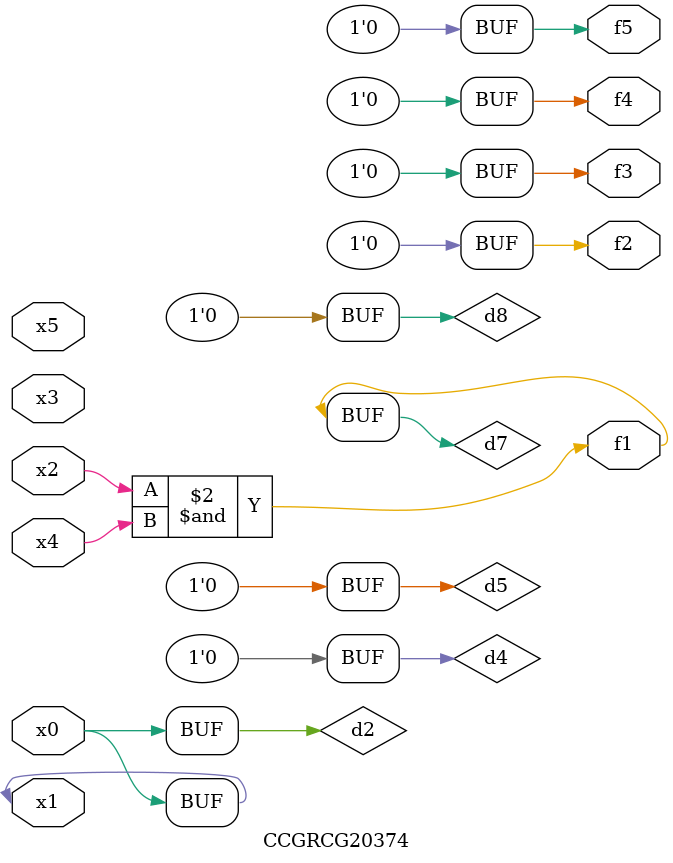
<source format=v>
module CCGRCG20374(
	input x0, x1, x2, x3, x4, x5,
	output f1, f2, f3, f4, f5
);

	wire d1, d2, d3, d4, d5, d6, d7, d8, d9;

	nand (d1, x1);
	buf (d2, x0, x1);
	nand (d3, x2, x4);
	and (d4, d1, d2);
	and (d5, d1, d2);
	nand (d6, d1, d3);
	not (d7, d3);
	xor (d8, d5);
	nor (d9, d5, d6);
	assign f1 = d7;
	assign f2 = d8;
	assign f3 = d8;
	assign f4 = d8;
	assign f5 = d8;
endmodule

</source>
